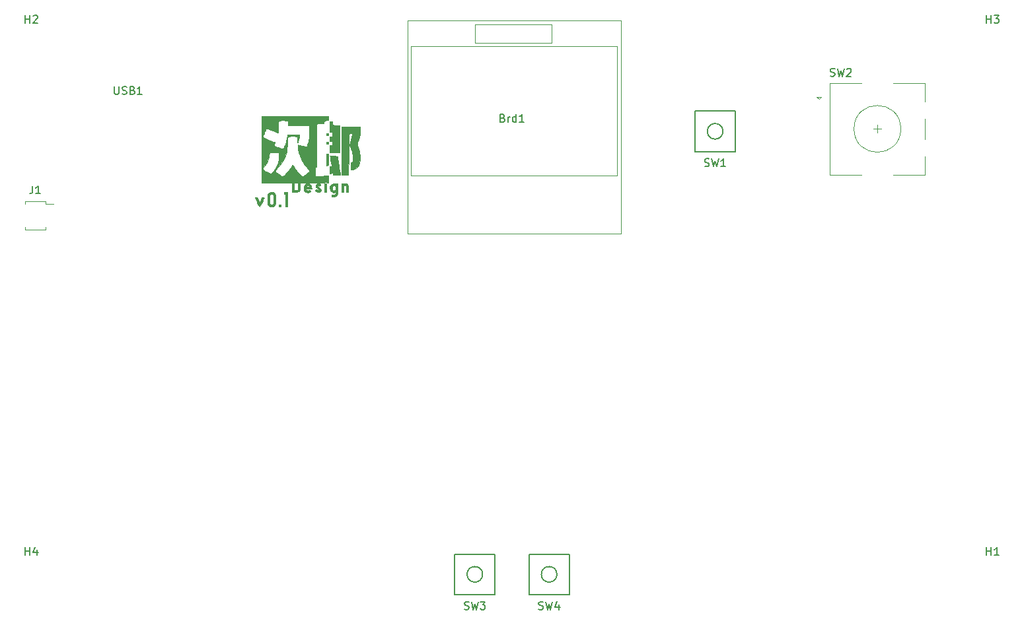
<source format=gbr>
%TF.GenerationSoftware,KiCad,Pcbnew,(5.1.9)-1*%
%TF.CreationDate,2021-03-29T02:27:37-07:00*%
%TF.ProjectId,millipad,6d696c6c-6970-4616-942e-6b696361645f,rev?*%
%TF.SameCoordinates,Original*%
%TF.FileFunction,Legend,Top*%
%TF.FilePolarity,Positive*%
%FSLAX46Y46*%
G04 Gerber Fmt 4.6, Leading zero omitted, Abs format (unit mm)*
G04 Created by KiCad (PCBNEW (5.1.9)-1) date 2021-03-29 02:27:37*
%MOMM*%
%LPD*%
G01*
G04 APERTURE LIST*
%ADD10C,0.010000*%
%ADD11C,0.150000*%
%ADD12C,0.120000*%
G04 APERTURE END LIST*
D10*
%TO.C,G\u002A\u002A\u002A*%
G36*
X108825886Y-55824656D02*
G01*
X108936548Y-55843293D01*
X109000517Y-55877347D01*
X109034594Y-55941244D01*
X109050681Y-56017677D01*
X109069558Y-56134000D01*
X108680250Y-56134000D01*
X108680250Y-55808241D01*
X108825886Y-55824656D01*
G37*
X108825886Y-55824656D02*
X108936548Y-55843293D01*
X109000517Y-55877347D01*
X109034594Y-55941244D01*
X109050681Y-56017677D01*
X109069558Y-56134000D01*
X108680250Y-56134000D01*
X108680250Y-55808241D01*
X108825886Y-55824656D01*
G36*
X112998250Y-50038000D02*
G01*
X112712500Y-50038000D01*
X112712500Y-49784000D01*
X112998250Y-49784000D01*
X112998250Y-50038000D01*
G37*
X112998250Y-50038000D02*
X112712500Y-50038000D01*
X112712500Y-49784000D01*
X112998250Y-49784000D01*
X112998250Y-50038000D01*
G36*
X112998250Y-51181000D02*
G01*
X112712500Y-51181000D01*
X112712500Y-50927000D01*
X112998250Y-50927000D01*
X112998250Y-51181000D01*
G37*
X112998250Y-51181000D02*
X112712500Y-51181000D01*
X112712500Y-50927000D01*
X112998250Y-50927000D01*
X112998250Y-51181000D01*
G36*
X113480986Y-48506062D02*
G01*
X113490375Y-48720375D01*
X113958687Y-48729161D01*
X114427000Y-48737947D01*
X114427000Y-52228750D01*
X113157000Y-52228750D01*
X113157000Y-51339750D01*
X113538000Y-51339750D01*
X113538000Y-50768250D01*
X113157000Y-50768250D01*
X113157000Y-50231668D01*
X113339562Y-50222146D01*
X113522125Y-50212625D01*
X113531253Y-49918937D01*
X113540382Y-49625249D01*
X113348691Y-49625249D01*
X113157000Y-49625250D01*
X113157000Y-48291750D01*
X113314299Y-48291749D01*
X113471598Y-48291749D01*
X113480986Y-48506062D01*
G37*
X113480986Y-48506062D02*
X113490375Y-48720375D01*
X113958687Y-48729161D01*
X114427000Y-48737947D01*
X114427000Y-52228750D01*
X113157000Y-52228750D01*
X113157000Y-51339750D01*
X113538000Y-51339750D01*
X113538000Y-50768250D01*
X113157000Y-50768250D01*
X113157000Y-50231668D01*
X113339562Y-50222146D01*
X113522125Y-50212625D01*
X113531253Y-49918937D01*
X113540382Y-49625249D01*
X113348691Y-49625249D01*
X113157000Y-49625250D01*
X113157000Y-48291750D01*
X113314299Y-48291749D01*
X113471598Y-48291749D01*
X113480986Y-48506062D01*
G36*
X112998250Y-53149500D02*
G01*
X112997645Y-53389253D01*
X112995558Y-53572377D01*
X112991579Y-53705730D01*
X112985297Y-53796172D01*
X112976303Y-53850566D01*
X112964186Y-53875769D01*
X112954593Y-53879750D01*
X112893610Y-53885719D01*
X112811718Y-53899593D01*
X112712500Y-53919437D01*
X112712500Y-52419250D01*
X112998250Y-52419250D01*
X112998250Y-53149500D01*
G37*
X112998250Y-53149500D02*
X112997645Y-53389253D01*
X112995558Y-53572377D01*
X112991579Y-53705730D01*
X112985297Y-53796172D01*
X112976303Y-53850566D01*
X112964186Y-53875769D01*
X112954593Y-53879750D01*
X112893610Y-53885719D01*
X112811718Y-53899593D01*
X112712500Y-53919437D01*
X112712500Y-52419250D01*
X112998250Y-52419250D01*
X112998250Y-53149500D01*
G36*
X117030500Y-49877970D02*
G01*
X116855875Y-50514250D01*
X116803233Y-50709056D01*
X116756951Y-50886053D01*
X116719578Y-51035024D01*
X116693660Y-51145754D01*
X116681743Y-51208028D01*
X116681250Y-51214654D01*
X116695180Y-51283639D01*
X116729721Y-51374302D01*
X116740375Y-51396577D01*
X116819296Y-51583636D01*
X116892851Y-51814224D01*
X116955100Y-52068372D01*
X116982047Y-52209096D01*
X117006381Y-52397662D01*
X117022004Y-52618110D01*
X117028910Y-52853393D01*
X117027090Y-53086464D01*
X117016538Y-53300275D01*
X116997245Y-53477778D01*
X116982632Y-53554920D01*
X116892286Y-53828004D01*
X116762004Y-54052846D01*
X116592967Y-54228325D01*
X116386360Y-54353321D01*
X116143364Y-54426711D01*
X116049206Y-54440075D01*
X115855750Y-54460295D01*
X115855750Y-54010592D01*
X115856070Y-53833560D01*
X115858158Y-53709511D01*
X115863699Y-53627926D01*
X115874383Y-53578288D01*
X115891896Y-53550078D01*
X115917925Y-53532779D01*
X115933594Y-53525420D01*
X116022001Y-53450847D01*
X116085669Y-53321247D01*
X116123904Y-53140367D01*
X116136011Y-52911951D01*
X116121296Y-52639744D01*
X116112657Y-52559415D01*
X116077546Y-52313125D01*
X116031980Y-52105533D01*
X115968708Y-51911918D01*
X115880477Y-51707559D01*
X115835909Y-51615938D01*
X115696676Y-51336501D01*
X115887338Y-50625977D01*
X115941765Y-50421010D01*
X115990138Y-50234746D01*
X116030117Y-50076536D01*
X116059361Y-49955732D01*
X116075529Y-49881686D01*
X116078000Y-49864265D01*
X116069129Y-49838451D01*
X116034322Y-49824220D01*
X115961282Y-49819480D01*
X115837714Y-49822136D01*
X115831937Y-49822351D01*
X115585875Y-49831625D01*
X115577755Y-52474812D01*
X115569635Y-55118000D01*
X114681000Y-55118000D01*
X114681000Y-48926750D01*
X117030500Y-48926750D01*
X117030500Y-49877970D01*
G37*
X117030500Y-49877970D02*
X116855875Y-50514250D01*
X116803233Y-50709056D01*
X116756951Y-50886053D01*
X116719578Y-51035024D01*
X116693660Y-51145754D01*
X116681743Y-51208028D01*
X116681250Y-51214654D01*
X116695180Y-51283639D01*
X116729721Y-51374302D01*
X116740375Y-51396577D01*
X116819296Y-51583636D01*
X116892851Y-51814224D01*
X116955100Y-52068372D01*
X116982047Y-52209096D01*
X117006381Y-52397662D01*
X117022004Y-52618110D01*
X117028910Y-52853393D01*
X117027090Y-53086464D01*
X117016538Y-53300275D01*
X116997245Y-53477778D01*
X116982632Y-53554920D01*
X116892286Y-53828004D01*
X116762004Y-54052846D01*
X116592967Y-54228325D01*
X116386360Y-54353321D01*
X116143364Y-54426711D01*
X116049206Y-54440075D01*
X115855750Y-54460295D01*
X115855750Y-54010592D01*
X115856070Y-53833560D01*
X115858158Y-53709511D01*
X115863699Y-53627926D01*
X115874383Y-53578288D01*
X115891896Y-53550078D01*
X115917925Y-53532779D01*
X115933594Y-53525420D01*
X116022001Y-53450847D01*
X116085669Y-53321247D01*
X116123904Y-53140367D01*
X116136011Y-52911951D01*
X116121296Y-52639744D01*
X116112657Y-52559415D01*
X116077546Y-52313125D01*
X116031980Y-52105533D01*
X115968708Y-51911918D01*
X115880477Y-51707559D01*
X115835909Y-51615938D01*
X115696676Y-51336501D01*
X115887338Y-50625977D01*
X115941765Y-50421010D01*
X115990138Y-50234746D01*
X116030117Y-50076536D01*
X116059361Y-49955732D01*
X116075529Y-49881686D01*
X116078000Y-49864265D01*
X116069129Y-49838451D01*
X116034322Y-49824220D01*
X115961282Y-49819480D01*
X115837714Y-49822136D01*
X115831937Y-49822351D01*
X115585875Y-49831625D01*
X115577755Y-52474812D01*
X115569635Y-55118000D01*
X114681000Y-55118000D01*
X114681000Y-48926750D01*
X117030500Y-48926750D01*
X117030500Y-49877970D01*
G36*
X113831383Y-52706237D02*
G01*
X113971879Y-52709646D01*
X114076296Y-52714772D01*
X114133652Y-52721162D01*
X114141250Y-52724662D01*
X114146090Y-52761110D01*
X114159697Y-52851630D01*
X114180696Y-52987610D01*
X114207715Y-53160438D01*
X114239381Y-53361500D01*
X114274321Y-53582186D01*
X114311162Y-53813881D01*
X114348530Y-54047973D01*
X114385053Y-54275851D01*
X114419357Y-54488900D01*
X114450070Y-54678509D01*
X114475818Y-54836065D01*
X114495229Y-54952955D01*
X114506929Y-55020568D01*
X114508883Y-55030687D01*
X114527295Y-55118000D01*
X113577865Y-55118000D01*
X113557965Y-54993550D01*
X113542225Y-54914460D01*
X113517634Y-54883899D01*
X113466265Y-54887549D01*
X113434845Y-54895218D01*
X113331925Y-54920458D01*
X113244312Y-54940898D01*
X113157000Y-54960459D01*
X113157000Y-54498483D01*
X113158589Y-54303547D01*
X113163729Y-54165379D01*
X113172976Y-54077317D01*
X113186890Y-54032700D01*
X113196687Y-54024280D01*
X113257061Y-54008395D01*
X113318013Y-53994346D01*
X113399651Y-53976638D01*
X113311724Y-53428131D01*
X113281831Y-53242607D01*
X113254292Y-53073461D01*
X113231129Y-52932974D01*
X113214362Y-52833427D01*
X113207067Y-52792312D01*
X113190337Y-52705000D01*
X113665793Y-52705000D01*
X113831383Y-52706237D01*
G37*
X113831383Y-52706237D02*
X113971879Y-52709646D01*
X114076296Y-52714772D01*
X114133652Y-52721162D01*
X114141250Y-52724662D01*
X114146090Y-52761110D01*
X114159697Y-52851630D01*
X114180696Y-52987610D01*
X114207715Y-53160438D01*
X114239381Y-53361500D01*
X114274321Y-53582186D01*
X114311162Y-53813881D01*
X114348530Y-54047973D01*
X114385053Y-54275851D01*
X114419357Y-54488900D01*
X114450070Y-54678509D01*
X114475818Y-54836065D01*
X114495229Y-54952955D01*
X114506929Y-55020568D01*
X114508883Y-55030687D01*
X114527295Y-55118000D01*
X113577865Y-55118000D01*
X113557965Y-54993550D01*
X113542225Y-54914460D01*
X113517634Y-54883899D01*
X113466265Y-54887549D01*
X113434845Y-54895218D01*
X113331925Y-54920458D01*
X113244312Y-54940898D01*
X113157000Y-54960459D01*
X113157000Y-54498483D01*
X113158589Y-54303547D01*
X113163729Y-54165379D01*
X113172976Y-54077317D01*
X113186890Y-54032700D01*
X113196687Y-54024280D01*
X113257061Y-54008395D01*
X113318013Y-53994346D01*
X113399651Y-53976638D01*
X113311724Y-53428131D01*
X113281831Y-53242607D01*
X113254292Y-53073461D01*
X113231129Y-52932974D01*
X113214362Y-52833427D01*
X113207067Y-52792312D01*
X113190337Y-52705000D01*
X113665793Y-52705000D01*
X113831383Y-52706237D01*
G36*
X112744250Y-56070500D02*
G01*
X112490250Y-56070500D01*
X112490250Y-55753000D01*
X112744250Y-55753000D01*
X112744250Y-56070500D01*
G37*
X112744250Y-56070500D02*
X112490250Y-56070500D01*
X112490250Y-55753000D01*
X112744250Y-55753000D01*
X112744250Y-56070500D01*
G36*
X112998250Y-48133000D02*
G01*
X112750600Y-48133000D01*
X112611173Y-48138030D01*
X112511127Y-48152011D01*
X112464850Y-48171099D01*
X112443181Y-48222835D01*
X112429380Y-48313566D01*
X112426750Y-48377474D01*
X112426750Y-48545750D01*
X111988600Y-48545750D01*
X111779687Y-48548403D01*
X111631660Y-48556493D01*
X111542121Y-48570210D01*
X111512350Y-48583849D01*
X111505267Y-48605919D01*
X111499036Y-48659124D01*
X111493615Y-48746521D01*
X111488961Y-48871169D01*
X111485032Y-49036127D01*
X111481785Y-49244453D01*
X111479179Y-49499205D01*
X111477172Y-49803441D01*
X111475721Y-50160221D01*
X111474784Y-50572602D01*
X111474320Y-51043643D01*
X111474250Y-51346100D01*
X111474203Y-51824955D01*
X111474008Y-52244255D01*
X111473582Y-52607943D01*
X111472842Y-52919963D01*
X111471706Y-53184259D01*
X111470091Y-53404775D01*
X111467913Y-53585455D01*
X111465091Y-53730243D01*
X111461541Y-53843083D01*
X111457181Y-53927919D01*
X111451928Y-53988696D01*
X111445699Y-54029356D01*
X111438412Y-54053845D01*
X111429984Y-54066105D01*
X111420331Y-54070082D01*
X111417099Y-54070250D01*
X111371150Y-54075224D01*
X111337074Y-54095568D01*
X111313129Y-54139414D01*
X111297568Y-54214893D01*
X111288649Y-54330136D01*
X111284626Y-54493275D01*
X111283750Y-54691837D01*
X111284643Y-54897074D01*
X111287814Y-55047703D01*
X111293996Y-55152599D01*
X111303923Y-55220635D01*
X111318330Y-55260685D01*
X111332203Y-55277437D01*
X111385129Y-55292750D01*
X111491256Y-55300681D01*
X111640761Y-55301616D01*
X111823819Y-55295939D01*
X112030608Y-55284037D01*
X112251304Y-55266292D01*
X112476086Y-55243092D01*
X112601375Y-55227692D01*
X112744178Y-55209258D01*
X112863310Y-55194337D01*
X112944945Y-55184632D01*
X112974437Y-55181756D01*
X112982723Y-55211582D01*
X112989756Y-55293938D01*
X112994985Y-55417857D01*
X112997864Y-55572373D01*
X112998250Y-55657750D01*
X112998250Y-56134000D01*
X112895062Y-56134056D01*
X112791875Y-56134113D01*
X112791875Y-55705375D01*
X112442625Y-55705375D01*
X112442625Y-56134113D01*
X110946136Y-56134056D01*
X109449647Y-56134000D01*
X109436520Y-55927850D01*
X109425182Y-55808428D01*
X109403676Y-55728115D01*
X109362669Y-55662522D01*
X109314660Y-55609517D01*
X109230609Y-55535465D01*
X109138122Y-55484874D01*
X109024053Y-55454431D01*
X108875257Y-55440820D01*
X108678589Y-55440728D01*
X108648500Y-55441545D01*
X108315125Y-55451375D01*
X108306113Y-55792687D01*
X108297101Y-56134000D01*
X104457500Y-56134000D01*
X104457500Y-54297081D01*
X104622455Y-54297081D01*
X104622646Y-54354367D01*
X104628869Y-54399212D01*
X104644615Y-54437605D01*
X104678218Y-54476640D01*
X104738013Y-54523414D01*
X104832335Y-54585025D01*
X104969517Y-54668567D01*
X105044071Y-54713187D01*
X105235965Y-54825027D01*
X105384678Y-54902669D01*
X105499637Y-54947477D01*
X105590269Y-54960816D01*
X105665999Y-54944051D01*
X105736256Y-54898545D01*
X105810465Y-54825664D01*
X105811710Y-54824312D01*
X106035036Y-54551787D01*
X106235890Y-54249024D01*
X106403073Y-53934957D01*
X106525387Y-53628520D01*
X106532859Y-53605027D01*
X106573988Y-53448907D01*
X106609692Y-53267618D01*
X106639034Y-53072662D01*
X106661076Y-52875542D01*
X106674882Y-52687760D01*
X106679514Y-52520819D01*
X106674034Y-52386221D01*
X106657506Y-52295468D01*
X106641900Y-52266850D01*
X106600518Y-52251090D01*
X106509743Y-52239719D01*
X106365497Y-52232473D01*
X106163705Y-52229086D01*
X106056325Y-52228750D01*
X105857624Y-52229082D01*
X105712768Y-52230840D01*
X105612104Y-52235164D01*
X105545977Y-52243197D01*
X105504733Y-52256078D01*
X105478718Y-52274951D01*
X105459425Y-52299314D01*
X105427164Y-52380749D01*
X105410893Y-52497289D01*
X105410000Y-52532360D01*
X105383523Y-52791943D01*
X105306602Y-53076039D01*
X105183001Y-53376092D01*
X105016483Y-53683543D01*
X104810810Y-53989833D01*
X104713519Y-54116242D01*
X104647778Y-54212853D01*
X104622455Y-54297081D01*
X104457500Y-54297081D01*
X104457500Y-50196430D01*
X104616250Y-50196430D01*
X104636208Y-50280110D01*
X104671812Y-50332256D01*
X104717138Y-50359848D01*
X104811109Y-50407552D01*
X104943902Y-50470714D01*
X105105689Y-50544679D01*
X105286647Y-50624792D01*
X105318872Y-50638802D01*
X105554833Y-50738972D01*
X105740069Y-50812575D01*
X105880512Y-50861714D01*
X105982095Y-50888494D01*
X106041830Y-50895250D01*
X106173290Y-50895250D01*
X106109145Y-51020985D01*
X106059706Y-51154625D01*
X106047581Y-51278240D01*
X106073127Y-51375596D01*
X106100562Y-51409723D01*
X106162650Y-51446589D01*
X106270822Y-51494681D01*
X106410707Y-51549140D01*
X106567934Y-51605109D01*
X106728134Y-51657729D01*
X106876933Y-51702140D01*
X106999963Y-51733485D01*
X107082853Y-51746905D01*
X107097411Y-51746742D01*
X107164067Y-51729816D01*
X107224219Y-51687566D01*
X107283772Y-51611898D01*
X107348631Y-51494716D01*
X107424699Y-51327925D01*
X107455025Y-51256422D01*
X107595249Y-50861749D01*
X107697638Y-50434401D01*
X107731125Y-50236437D01*
X107770486Y-49974500D01*
X109284250Y-49974500D01*
X109264010Y-50109437D01*
X109248808Y-50190895D01*
X109223237Y-50307868D01*
X109190741Y-50446603D01*
X109154767Y-50593349D01*
X109118762Y-50734353D01*
X109086170Y-50855864D01*
X109060438Y-50944129D01*
X109045012Y-50985396D01*
X109044282Y-50986301D01*
X109038353Y-50962889D01*
X109033558Y-50888110D01*
X109030436Y-50774091D01*
X109029500Y-50653606D01*
X109029495Y-50489140D01*
X109024094Y-50366386D01*
X109005214Y-50279258D01*
X108964775Y-50221668D01*
X108894693Y-50187531D01*
X108786888Y-50170760D01*
X108633278Y-50165269D01*
X108425782Y-50164971D01*
X108380712Y-50165000D01*
X108161220Y-50166446D01*
X107999153Y-50171060D01*
X107888496Y-50179251D01*
X107823233Y-50191430D01*
X107799366Y-50204687D01*
X107788382Y-50247833D01*
X107776907Y-50343675D01*
X107765815Y-50481425D01*
X107755982Y-50650294D01*
X107748535Y-50831750D01*
X107725322Y-51286340D01*
X107686369Y-51688723D01*
X107629693Y-52048684D01*
X107553311Y-52376008D01*
X107455240Y-52680481D01*
X107333496Y-52971887D01*
X107300998Y-53040018D01*
X107136315Y-53345122D01*
X106945648Y-53634028D01*
X106718122Y-53921903D01*
X106479633Y-54185520D01*
X106362559Y-54310645D01*
X106283649Y-54401833D01*
X106235705Y-54469581D01*
X106211527Y-54524387D01*
X106203917Y-54576748D01*
X106203750Y-54587823D01*
X106206416Y-54632205D01*
X106219339Y-54672145D01*
X106249905Y-54715320D01*
X106305501Y-54769402D01*
X106393513Y-54842066D01*
X106521328Y-54940987D01*
X106604677Y-55004365D01*
X106779659Y-55136182D01*
X106914654Y-55230250D01*
X107020719Y-55286591D01*
X107108911Y-55305230D01*
X107190286Y-55286190D01*
X107275901Y-55229495D01*
X107376812Y-55135168D01*
X107501168Y-55006276D01*
X107680869Y-54813803D01*
X107827901Y-54644165D01*
X107957232Y-54478207D01*
X108083831Y-54296776D01*
X108215438Y-54092262D01*
X108295292Y-53963353D01*
X108349778Y-53884821D01*
X108390731Y-53857113D01*
X108429983Y-53880679D01*
X108479367Y-53955967D01*
X108550717Y-54083424D01*
X108563119Y-54105432D01*
X108669606Y-54274607D01*
X108811665Y-54472175D01*
X108978038Y-54683643D01*
X109157470Y-54894515D01*
X109281684Y-55030687D01*
X109401052Y-55155458D01*
X109497099Y-55243627D01*
X109580521Y-55294875D01*
X109662015Y-55308887D01*
X109752277Y-55285346D01*
X109862005Y-55223934D01*
X110001896Y-55124336D01*
X110158608Y-55004724D01*
X110308140Y-54888905D01*
X110414305Y-54803468D01*
X110484494Y-54740634D01*
X110526092Y-54692623D01*
X110546490Y-54651655D01*
X110553075Y-54609952D01*
X110553500Y-54588914D01*
X110547881Y-54533889D01*
X110526117Y-54478127D01*
X110480846Y-54410552D01*
X110404706Y-54320091D01*
X110296384Y-54202126D01*
X109969437Y-53824848D01*
X109699731Y-53449391D01*
X109482655Y-53065524D01*
X109313598Y-52663019D01*
X109187951Y-52231645D01*
X109101102Y-51761172D01*
X109067577Y-51475589D01*
X109056383Y-51348889D01*
X109053772Y-51275202D01*
X109060840Y-51244483D01*
X109078685Y-51246687D01*
X109091496Y-51256572D01*
X109139384Y-51277321D01*
X109236131Y-51305392D01*
X109367924Y-51337894D01*
X109520947Y-51371936D01*
X109681387Y-51404629D01*
X109835429Y-51433081D01*
X109969260Y-51454404D01*
X110069064Y-51465705D01*
X110096141Y-51466773D01*
X110182827Y-51449411D01*
X110244129Y-51411187D01*
X110278350Y-51348953D01*
X110319840Y-51236252D01*
X110365301Y-51085231D01*
X110411436Y-50908038D01*
X110454947Y-50716822D01*
X110492537Y-50523728D01*
X110504846Y-50450750D01*
X110520794Y-50321048D01*
X110533801Y-50155700D01*
X110543800Y-49965071D01*
X110550728Y-49759521D01*
X110554517Y-49549413D01*
X110555104Y-49345110D01*
X110552422Y-49156974D01*
X110546407Y-48995367D01*
X110536994Y-48870653D01*
X110524116Y-48793192D01*
X110515399Y-48774349D01*
X110488050Y-48764318D01*
X110425136Y-48756022D01*
X110322547Y-48749347D01*
X110176174Y-48744178D01*
X109981905Y-48740401D01*
X109735631Y-48737900D01*
X109433241Y-48736561D01*
X109150149Y-48736250D01*
X107823000Y-48736250D01*
X107823000Y-48472724D01*
X107818207Y-48325544D01*
X107804706Y-48221189D01*
X107784899Y-48171099D01*
X107738866Y-48156295D01*
X107642451Y-48144880D01*
X107508683Y-48136855D01*
X107350589Y-48132220D01*
X107181197Y-48130975D01*
X107013535Y-48133120D01*
X106860630Y-48138656D01*
X106735512Y-48147581D01*
X106651207Y-48159896D01*
X106622850Y-48171099D01*
X106603805Y-48223602D01*
X106591325Y-48337023D01*
X106585328Y-48512291D01*
X106584723Y-48607662D01*
X106582518Y-48759616D01*
X106576482Y-48931373D01*
X106567451Y-49111077D01*
X106556265Y-49286871D01*
X106543762Y-49446900D01*
X106530780Y-49579307D01*
X106518158Y-49672236D01*
X106506734Y-49713832D01*
X106506488Y-49714094D01*
X106475124Y-49705610D01*
X106394249Y-49674997D01*
X106272452Y-49625753D01*
X106118321Y-49561378D01*
X105940445Y-49485372D01*
X105866967Y-49453539D01*
X105621992Y-49349142D01*
X105427552Y-49271671D01*
X105277483Y-49219459D01*
X105165620Y-49190840D01*
X105085799Y-49184148D01*
X105031855Y-49197718D01*
X105004469Y-49220437D01*
X104972687Y-49274875D01*
X104925664Y-49374259D01*
X104868729Y-49505184D01*
X104807216Y-49654249D01*
X104746454Y-49808049D01*
X104691776Y-49953183D01*
X104648513Y-50076245D01*
X104621996Y-50163834D01*
X104616250Y-50196430D01*
X104457500Y-50196430D01*
X104457500Y-47593250D01*
X112998250Y-47593250D01*
X112998250Y-48133000D01*
G37*
X112998250Y-48133000D02*
X112750600Y-48133000D01*
X112611173Y-48138030D01*
X112511127Y-48152011D01*
X112464850Y-48171099D01*
X112443181Y-48222835D01*
X112429380Y-48313566D01*
X112426750Y-48377474D01*
X112426750Y-48545750D01*
X111988600Y-48545750D01*
X111779687Y-48548403D01*
X111631660Y-48556493D01*
X111542121Y-48570210D01*
X111512350Y-48583849D01*
X111505267Y-48605919D01*
X111499036Y-48659124D01*
X111493615Y-48746521D01*
X111488961Y-48871169D01*
X111485032Y-49036127D01*
X111481785Y-49244453D01*
X111479179Y-49499205D01*
X111477172Y-49803441D01*
X111475721Y-50160221D01*
X111474784Y-50572602D01*
X111474320Y-51043643D01*
X111474250Y-51346100D01*
X111474203Y-51824955D01*
X111474008Y-52244255D01*
X111473582Y-52607943D01*
X111472842Y-52919963D01*
X111471706Y-53184259D01*
X111470091Y-53404775D01*
X111467913Y-53585455D01*
X111465091Y-53730243D01*
X111461541Y-53843083D01*
X111457181Y-53927919D01*
X111451928Y-53988696D01*
X111445699Y-54029356D01*
X111438412Y-54053845D01*
X111429984Y-54066105D01*
X111420331Y-54070082D01*
X111417099Y-54070250D01*
X111371150Y-54075224D01*
X111337074Y-54095568D01*
X111313129Y-54139414D01*
X111297568Y-54214893D01*
X111288649Y-54330136D01*
X111284626Y-54493275D01*
X111283750Y-54691837D01*
X111284643Y-54897074D01*
X111287814Y-55047703D01*
X111293996Y-55152599D01*
X111303923Y-55220635D01*
X111318330Y-55260685D01*
X111332203Y-55277437D01*
X111385129Y-55292750D01*
X111491256Y-55300681D01*
X111640761Y-55301616D01*
X111823819Y-55295939D01*
X112030608Y-55284037D01*
X112251304Y-55266292D01*
X112476086Y-55243092D01*
X112601375Y-55227692D01*
X112744178Y-55209258D01*
X112863310Y-55194337D01*
X112944945Y-55184632D01*
X112974437Y-55181756D01*
X112982723Y-55211582D01*
X112989756Y-55293938D01*
X112994985Y-55417857D01*
X112997864Y-55572373D01*
X112998250Y-55657750D01*
X112998250Y-56134000D01*
X112895062Y-56134056D01*
X112791875Y-56134113D01*
X112791875Y-55705375D01*
X112442625Y-55705375D01*
X112442625Y-56134113D01*
X110946136Y-56134056D01*
X109449647Y-56134000D01*
X109436520Y-55927850D01*
X109425182Y-55808428D01*
X109403676Y-55728115D01*
X109362669Y-55662522D01*
X109314660Y-55609517D01*
X109230609Y-55535465D01*
X109138122Y-55484874D01*
X109024053Y-55454431D01*
X108875257Y-55440820D01*
X108678589Y-55440728D01*
X108648500Y-55441545D01*
X108315125Y-55451375D01*
X108306113Y-55792687D01*
X108297101Y-56134000D01*
X104457500Y-56134000D01*
X104457500Y-54297081D01*
X104622455Y-54297081D01*
X104622646Y-54354367D01*
X104628869Y-54399212D01*
X104644615Y-54437605D01*
X104678218Y-54476640D01*
X104738013Y-54523414D01*
X104832335Y-54585025D01*
X104969517Y-54668567D01*
X105044071Y-54713187D01*
X105235965Y-54825027D01*
X105384678Y-54902669D01*
X105499637Y-54947477D01*
X105590269Y-54960816D01*
X105665999Y-54944051D01*
X105736256Y-54898545D01*
X105810465Y-54825664D01*
X105811710Y-54824312D01*
X106035036Y-54551787D01*
X106235890Y-54249024D01*
X106403073Y-53934957D01*
X106525387Y-53628520D01*
X106532859Y-53605027D01*
X106573988Y-53448907D01*
X106609692Y-53267618D01*
X106639034Y-53072662D01*
X106661076Y-52875542D01*
X106674882Y-52687760D01*
X106679514Y-52520819D01*
X106674034Y-52386221D01*
X106657506Y-52295468D01*
X106641900Y-52266850D01*
X106600518Y-52251090D01*
X106509743Y-52239719D01*
X106365497Y-52232473D01*
X106163705Y-52229086D01*
X106056325Y-52228750D01*
X105857624Y-52229082D01*
X105712768Y-52230840D01*
X105612104Y-52235164D01*
X105545977Y-52243197D01*
X105504733Y-52256078D01*
X105478718Y-52274951D01*
X105459425Y-52299314D01*
X105427164Y-52380749D01*
X105410893Y-52497289D01*
X105410000Y-52532360D01*
X105383523Y-52791943D01*
X105306602Y-53076039D01*
X105183001Y-53376092D01*
X105016483Y-53683543D01*
X104810810Y-53989833D01*
X104713519Y-54116242D01*
X104647778Y-54212853D01*
X104622455Y-54297081D01*
X104457500Y-54297081D01*
X104457500Y-50196430D01*
X104616250Y-50196430D01*
X104636208Y-50280110D01*
X104671812Y-50332256D01*
X104717138Y-50359848D01*
X104811109Y-50407552D01*
X104943902Y-50470714D01*
X105105689Y-50544679D01*
X105286647Y-50624792D01*
X105318872Y-50638802D01*
X105554833Y-50738972D01*
X105740069Y-50812575D01*
X105880512Y-50861714D01*
X105982095Y-50888494D01*
X106041830Y-50895250D01*
X106173290Y-50895250D01*
X106109145Y-51020985D01*
X106059706Y-51154625D01*
X106047581Y-51278240D01*
X106073127Y-51375596D01*
X106100562Y-51409723D01*
X106162650Y-51446589D01*
X106270822Y-51494681D01*
X106410707Y-51549140D01*
X106567934Y-51605109D01*
X106728134Y-51657729D01*
X106876933Y-51702140D01*
X106999963Y-51733485D01*
X107082853Y-51746905D01*
X107097411Y-51746742D01*
X107164067Y-51729816D01*
X107224219Y-51687566D01*
X107283772Y-51611898D01*
X107348631Y-51494716D01*
X107424699Y-51327925D01*
X107455025Y-51256422D01*
X107595249Y-50861749D01*
X107697638Y-50434401D01*
X107731125Y-50236437D01*
X107770486Y-49974500D01*
X109284250Y-49974500D01*
X109264010Y-50109437D01*
X109248808Y-50190895D01*
X109223237Y-50307868D01*
X109190741Y-50446603D01*
X109154767Y-50593349D01*
X109118762Y-50734353D01*
X109086170Y-50855864D01*
X109060438Y-50944129D01*
X109045012Y-50985396D01*
X109044282Y-50986301D01*
X109038353Y-50962889D01*
X109033558Y-50888110D01*
X109030436Y-50774091D01*
X109029500Y-50653606D01*
X109029495Y-50489140D01*
X109024094Y-50366386D01*
X109005214Y-50279258D01*
X108964775Y-50221668D01*
X108894693Y-50187531D01*
X108786888Y-50170760D01*
X108633278Y-50165269D01*
X108425782Y-50164971D01*
X108380712Y-50165000D01*
X108161220Y-50166446D01*
X107999153Y-50171060D01*
X107888496Y-50179251D01*
X107823233Y-50191430D01*
X107799366Y-50204687D01*
X107788382Y-50247833D01*
X107776907Y-50343675D01*
X107765815Y-50481425D01*
X107755982Y-50650294D01*
X107748535Y-50831750D01*
X107725322Y-51286340D01*
X107686369Y-51688723D01*
X107629693Y-52048684D01*
X107553311Y-52376008D01*
X107455240Y-52680481D01*
X107333496Y-52971887D01*
X107300998Y-53040018D01*
X107136315Y-53345122D01*
X106945648Y-53634028D01*
X106718122Y-53921903D01*
X106479633Y-54185520D01*
X106362559Y-54310645D01*
X106283649Y-54401833D01*
X106235705Y-54469581D01*
X106211527Y-54524387D01*
X106203917Y-54576748D01*
X106203750Y-54587823D01*
X106206416Y-54632205D01*
X106219339Y-54672145D01*
X106249905Y-54715320D01*
X106305501Y-54769402D01*
X106393513Y-54842066D01*
X106521328Y-54940987D01*
X106604677Y-55004365D01*
X106779659Y-55136182D01*
X106914654Y-55230250D01*
X107020719Y-55286591D01*
X107108911Y-55305230D01*
X107190286Y-55286190D01*
X107275901Y-55229495D01*
X107376812Y-55135168D01*
X107501168Y-55006276D01*
X107680869Y-54813803D01*
X107827901Y-54644165D01*
X107957232Y-54478207D01*
X108083831Y-54296776D01*
X108215438Y-54092262D01*
X108295292Y-53963353D01*
X108349778Y-53884821D01*
X108390731Y-53857113D01*
X108429983Y-53880679D01*
X108479367Y-53955967D01*
X108550717Y-54083424D01*
X108563119Y-54105432D01*
X108669606Y-54274607D01*
X108811665Y-54472175D01*
X108978038Y-54683643D01*
X109157470Y-54894515D01*
X109281684Y-55030687D01*
X109401052Y-55155458D01*
X109497099Y-55243627D01*
X109580521Y-55294875D01*
X109662015Y-55308887D01*
X109752277Y-55285346D01*
X109862005Y-55223934D01*
X110001896Y-55124336D01*
X110158608Y-55004724D01*
X110308140Y-54888905D01*
X110414305Y-54803468D01*
X110484494Y-54740634D01*
X110526092Y-54692623D01*
X110546490Y-54651655D01*
X110553075Y-54609952D01*
X110553500Y-54588914D01*
X110547881Y-54533889D01*
X110526117Y-54478127D01*
X110480846Y-54410552D01*
X110404706Y-54320091D01*
X110296384Y-54202126D01*
X109969437Y-53824848D01*
X109699731Y-53449391D01*
X109482655Y-53065524D01*
X109313598Y-52663019D01*
X109187951Y-52231645D01*
X109101102Y-51761172D01*
X109067577Y-51475589D01*
X109056383Y-51348889D01*
X109053772Y-51275202D01*
X109060840Y-51244483D01*
X109078685Y-51246687D01*
X109091496Y-51256572D01*
X109139384Y-51277321D01*
X109236131Y-51305392D01*
X109367924Y-51337894D01*
X109520947Y-51371936D01*
X109681387Y-51404629D01*
X109835429Y-51433081D01*
X109969260Y-51454404D01*
X110069064Y-51465705D01*
X110096141Y-51466773D01*
X110182827Y-51449411D01*
X110244129Y-51411187D01*
X110278350Y-51348953D01*
X110319840Y-51236252D01*
X110365301Y-51085231D01*
X110411436Y-50908038D01*
X110454947Y-50716822D01*
X110492537Y-50523728D01*
X110504846Y-50450750D01*
X110520794Y-50321048D01*
X110533801Y-50155700D01*
X110543800Y-49965071D01*
X110550728Y-49759521D01*
X110554517Y-49549413D01*
X110555104Y-49345110D01*
X110552422Y-49156974D01*
X110546407Y-48995367D01*
X110536994Y-48870653D01*
X110524116Y-48793192D01*
X110515399Y-48774349D01*
X110488050Y-48764318D01*
X110425136Y-48756022D01*
X110322547Y-48749347D01*
X110176174Y-48744178D01*
X109981905Y-48740401D01*
X109735631Y-48737900D01*
X109433241Y-48736561D01*
X109150149Y-48736250D01*
X107823000Y-48736250D01*
X107823000Y-48472724D01*
X107818207Y-48325544D01*
X107804706Y-48221189D01*
X107784899Y-48171099D01*
X107738866Y-48156295D01*
X107642451Y-48144880D01*
X107508683Y-48136855D01*
X107350589Y-48132220D01*
X107181197Y-48130975D01*
X107013535Y-48133120D01*
X106860630Y-48138656D01*
X106735512Y-48147581D01*
X106651207Y-48159896D01*
X106622850Y-48171099D01*
X106603805Y-48223602D01*
X106591325Y-48337023D01*
X106585328Y-48512291D01*
X106584723Y-48607662D01*
X106582518Y-48759616D01*
X106576482Y-48931373D01*
X106567451Y-49111077D01*
X106556265Y-49286871D01*
X106543762Y-49446900D01*
X106530780Y-49579307D01*
X106518158Y-49672236D01*
X106506734Y-49713832D01*
X106506488Y-49714094D01*
X106475124Y-49705610D01*
X106394249Y-49674997D01*
X106272452Y-49625753D01*
X106118321Y-49561378D01*
X105940445Y-49485372D01*
X105866967Y-49453539D01*
X105621992Y-49349142D01*
X105427552Y-49271671D01*
X105277483Y-49219459D01*
X105165620Y-49190840D01*
X105085799Y-49184148D01*
X105031855Y-49197718D01*
X105004469Y-49220437D01*
X104972687Y-49274875D01*
X104925664Y-49374259D01*
X104868729Y-49505184D01*
X104807216Y-49654249D01*
X104746454Y-49808049D01*
X104691776Y-49953183D01*
X104648513Y-50076245D01*
X104621996Y-50163834D01*
X104616250Y-50196430D01*
X104457500Y-50196430D01*
X104457500Y-47593250D01*
X112998250Y-47593250D01*
X112998250Y-48133000D01*
G36*
X114855780Y-56204367D02*
G01*
X114900013Y-56221524D01*
X114903250Y-56228464D01*
X114928711Y-56242408D01*
X114990562Y-56226135D01*
X115108479Y-56206466D01*
X115241662Y-56220708D01*
X115360708Y-56263790D01*
X115410102Y-56298495D01*
X115474476Y-56371717D01*
X115519810Y-56459742D01*
X115548941Y-56574280D01*
X115564707Y-56727041D01*
X115569944Y-56929736D01*
X115570000Y-56958480D01*
X115570000Y-57340500D01*
X115316000Y-57340500D01*
X115316000Y-56959500D01*
X115314929Y-56794863D01*
X115310534Y-56681271D01*
X115301037Y-56606287D01*
X115284662Y-56557474D01*
X115259632Y-56522397D01*
X115252500Y-56515000D01*
X115157237Y-56459867D01*
X115050434Y-56461872D01*
X114980755Y-56496499D01*
X114954652Y-56522215D01*
X114936401Y-56562219D01*
X114924149Y-56627923D01*
X114916044Y-56730742D01*
X114910232Y-56882089D01*
X114908598Y-56940999D01*
X114898071Y-57340500D01*
X114649250Y-57340500D01*
X114649250Y-56197500D01*
X114776250Y-56197500D01*
X114855780Y-56204367D01*
G37*
X114855780Y-56204367D02*
X114900013Y-56221524D01*
X114903250Y-56228464D01*
X114928711Y-56242408D01*
X114990562Y-56226135D01*
X115108479Y-56206466D01*
X115241662Y-56220708D01*
X115360708Y-56263790D01*
X115410102Y-56298495D01*
X115474476Y-56371717D01*
X115519810Y-56459742D01*
X115548941Y-56574280D01*
X115564707Y-56727041D01*
X115569944Y-56929736D01*
X115570000Y-56958480D01*
X115570000Y-57340500D01*
X115316000Y-57340500D01*
X115316000Y-56959500D01*
X115314929Y-56794863D01*
X115310534Y-56681271D01*
X115301037Y-56606287D01*
X115284662Y-56557474D01*
X115259632Y-56522397D01*
X115252500Y-56515000D01*
X115157237Y-56459867D01*
X115050434Y-56461872D01*
X114980755Y-56496499D01*
X114954652Y-56522215D01*
X114936401Y-56562219D01*
X114924149Y-56627923D01*
X114916044Y-56730742D01*
X114910232Y-56882089D01*
X114908598Y-56940999D01*
X114898071Y-57340500D01*
X114649250Y-57340500D01*
X114649250Y-56197500D01*
X114776250Y-56197500D01*
X114855780Y-56204367D01*
G36*
X112744250Y-57340500D02*
G01*
X112490250Y-57340500D01*
X112490250Y-56197500D01*
X112744250Y-56197500D01*
X112744250Y-57340500D01*
G37*
X112744250Y-57340500D02*
X112490250Y-57340500D01*
X112490250Y-56197500D01*
X112744250Y-56197500D01*
X112744250Y-57340500D01*
G36*
X111754584Y-56211651D02*
G01*
X111879062Y-56258127D01*
X111970065Y-56341580D01*
X111971571Y-56343849D01*
X112002875Y-56413301D01*
X111983470Y-56462407D01*
X111907540Y-56502837D01*
X111889010Y-56509541D01*
X111812998Y-56526148D01*
X111766154Y-56505675D01*
X111758064Y-56496792D01*
X111698901Y-56455921D01*
X111643751Y-56459512D01*
X111612353Y-56499537D01*
X111618101Y-56553720D01*
X111653374Y-56592991D01*
X111726738Y-56648157D01*
X111795845Y-56691522D01*
X111928284Y-56792044D01*
X112013292Y-56906095D01*
X112049671Y-57023863D01*
X112036223Y-57135532D01*
X111971751Y-57231292D01*
X111869589Y-57295562D01*
X111712231Y-57336723D01*
X111571228Y-57319010D01*
X111474260Y-57269062D01*
X111392914Y-57203603D01*
X111329769Y-57136149D01*
X111323490Y-57127199D01*
X111298110Y-57079375D01*
X111309740Y-57047687D01*
X111368039Y-57013620D01*
X111387692Y-57004155D01*
X111461997Y-56972360D01*
X111507598Y-56972108D01*
X111552314Y-57006001D01*
X111567470Y-57020970D01*
X111640254Y-57069067D01*
X111711422Y-57079324D01*
X111762288Y-57052783D01*
X111775875Y-57009364D01*
X111745476Y-56950732D01*
X111655840Y-56878828D01*
X111610350Y-56850614D01*
X111512155Y-56787003D01*
X111431886Y-56724816D01*
X111397047Y-56689625D01*
X111352735Y-56583465D01*
X111358967Y-56466971D01*
X111408408Y-56355928D01*
X111493721Y-56266120D01*
X111607572Y-56213330D01*
X111619568Y-56210821D01*
X111754584Y-56211651D01*
G37*
X111754584Y-56211651D02*
X111879062Y-56258127D01*
X111970065Y-56341580D01*
X111971571Y-56343849D01*
X112002875Y-56413301D01*
X111983470Y-56462407D01*
X111907540Y-56502837D01*
X111889010Y-56509541D01*
X111812998Y-56526148D01*
X111766154Y-56505675D01*
X111758064Y-56496792D01*
X111698901Y-56455921D01*
X111643751Y-56459512D01*
X111612353Y-56499537D01*
X111618101Y-56553720D01*
X111653374Y-56592991D01*
X111726738Y-56648157D01*
X111795845Y-56691522D01*
X111928284Y-56792044D01*
X112013292Y-56906095D01*
X112049671Y-57023863D01*
X112036223Y-57135532D01*
X111971751Y-57231292D01*
X111869589Y-57295562D01*
X111712231Y-57336723D01*
X111571228Y-57319010D01*
X111474260Y-57269062D01*
X111392914Y-57203603D01*
X111329769Y-57136149D01*
X111323490Y-57127199D01*
X111298110Y-57079375D01*
X111309740Y-57047687D01*
X111368039Y-57013620D01*
X111387692Y-57004155D01*
X111461997Y-56972360D01*
X111507598Y-56972108D01*
X111552314Y-57006001D01*
X111567470Y-57020970D01*
X111640254Y-57069067D01*
X111711422Y-57079324D01*
X111762288Y-57052783D01*
X111775875Y-57009364D01*
X111745476Y-56950732D01*
X111655840Y-56878828D01*
X111610350Y-56850614D01*
X111512155Y-56787003D01*
X111431886Y-56724816D01*
X111397047Y-56689625D01*
X111352735Y-56583465D01*
X111358967Y-56466971D01*
X111408408Y-56355928D01*
X111493721Y-56266120D01*
X111607572Y-56213330D01*
X111619568Y-56210821D01*
X111754584Y-56211651D01*
G36*
X108830653Y-55501485D02*
G01*
X108942975Y-55510904D01*
X109029054Y-55530205D01*
X109107455Y-55562334D01*
X109123610Y-55570437D01*
X109206915Y-55618184D01*
X109269977Y-55670810D01*
X109315566Y-55737533D01*
X109346449Y-55827571D01*
X109365397Y-55950142D01*
X109375179Y-56114464D01*
X109378564Y-56329756D01*
X109378750Y-56419750D01*
X109376963Y-56655256D01*
X109369758Y-56836536D01*
X109354366Y-56972808D01*
X109328016Y-57073289D01*
X109287940Y-57147197D01*
X109231369Y-57203752D01*
X109155534Y-57252169D01*
X109123610Y-57269062D01*
X109044532Y-57304068D01*
X108961436Y-57325665D01*
X108855757Y-57336799D01*
X108708929Y-57340418D01*
X108673522Y-57340500D01*
X108362750Y-57340500D01*
X108362750Y-57093897D01*
X108616750Y-57093897D01*
X108826963Y-57080512D01*
X108955008Y-57067267D01*
X109034425Y-57044738D01*
X109079887Y-57008693D01*
X109080963Y-57007244D01*
X109099031Y-56950156D01*
X109112755Y-56843311D01*
X109122135Y-56700306D01*
X109127173Y-56534737D01*
X109127867Y-56360197D01*
X109124217Y-56190284D01*
X109116224Y-56038593D01*
X109103887Y-55918718D01*
X109087207Y-55844256D01*
X109080963Y-55832255D01*
X109036360Y-55795698D01*
X108958278Y-55772796D01*
X108832047Y-55759316D01*
X108826963Y-55758987D01*
X108616750Y-55745602D01*
X108616750Y-57093897D01*
X108362750Y-57093897D01*
X108362750Y-55499000D01*
X108673522Y-55499000D01*
X108830653Y-55501485D01*
G37*
X108830653Y-55501485D02*
X108942975Y-55510904D01*
X109029054Y-55530205D01*
X109107455Y-55562334D01*
X109123610Y-55570437D01*
X109206915Y-55618184D01*
X109269977Y-55670810D01*
X109315566Y-55737533D01*
X109346449Y-55827571D01*
X109365397Y-55950142D01*
X109375179Y-56114464D01*
X109378564Y-56329756D01*
X109378750Y-56419750D01*
X109376963Y-56655256D01*
X109369758Y-56836536D01*
X109354366Y-56972808D01*
X109328016Y-57073289D01*
X109287940Y-57147197D01*
X109231369Y-57203752D01*
X109155534Y-57252169D01*
X109123610Y-57269062D01*
X109044532Y-57304068D01*
X108961436Y-57325665D01*
X108855757Y-57336799D01*
X108708929Y-57340418D01*
X108673522Y-57340500D01*
X108362750Y-57340500D01*
X108362750Y-57093897D01*
X108616750Y-57093897D01*
X108826963Y-57080512D01*
X108955008Y-57067267D01*
X109034425Y-57044738D01*
X109079887Y-57008693D01*
X109080963Y-57007244D01*
X109099031Y-56950156D01*
X109112755Y-56843311D01*
X109122135Y-56700306D01*
X109127173Y-56534737D01*
X109127867Y-56360197D01*
X109124217Y-56190284D01*
X109116224Y-56038593D01*
X109103887Y-55918718D01*
X109087207Y-55844256D01*
X109080963Y-55832255D01*
X109036360Y-55795698D01*
X108958278Y-55772796D01*
X108832047Y-55759316D01*
X108826963Y-55758987D01*
X108616750Y-55745602D01*
X108616750Y-57093897D01*
X108362750Y-57093897D01*
X108362750Y-55499000D01*
X108673522Y-55499000D01*
X108830653Y-55501485D01*
G36*
X110500536Y-56233304D02*
G01*
X110643220Y-56314847D01*
X110719967Y-56392401D01*
X110780883Y-56485472D01*
X110815303Y-56590740D01*
X110830474Y-56701963D01*
X110848069Y-56896000D01*
X110478534Y-56896000D01*
X110304545Y-56898782D01*
X110183216Y-56906880D01*
X110118728Y-56919917D01*
X110109000Y-56929193D01*
X110134484Y-56984710D01*
X110196126Y-57046922D01*
X110271705Y-57097533D01*
X110338617Y-57118250D01*
X110422107Y-57099979D01*
X110482126Y-57069391D01*
X110536954Y-57039141D01*
X110588078Y-57042725D01*
X110647940Y-57070206D01*
X110721419Y-57115893D01*
X110737413Y-57157674D01*
X110698416Y-57212498D01*
X110672562Y-57237600D01*
X110529486Y-57333494D01*
X110372138Y-57367861D01*
X110203013Y-57340421D01*
X110109629Y-57300812D01*
X109976856Y-57204251D01*
X109890845Y-57071553D01*
X109848872Y-56897462D01*
X109843549Y-56787339D01*
X109861054Y-56611892D01*
X110126814Y-56611892D01*
X110137635Y-56630676D01*
X110184379Y-56639402D01*
X110278599Y-56641893D01*
X110330132Y-56642000D01*
X110444568Y-56637823D01*
X110523691Y-56626622D01*
X110553498Y-56610387D01*
X110553500Y-56610250D01*
X110527848Y-56555167D01*
X110467154Y-56497826D01*
X110395807Y-56458331D01*
X110360912Y-56451500D01*
X110246865Y-56479178D01*
X110157603Y-56552285D01*
X110140360Y-56579227D01*
X110126814Y-56611892D01*
X109861054Y-56611892D01*
X109862105Y-56601361D01*
X109921098Y-56453830D01*
X110027006Y-56329534D01*
X110045294Y-56313670D01*
X110188334Y-56231170D01*
X110344494Y-56204897D01*
X110500536Y-56233304D01*
G37*
X110500536Y-56233304D02*
X110643220Y-56314847D01*
X110719967Y-56392401D01*
X110780883Y-56485472D01*
X110815303Y-56590740D01*
X110830474Y-56701963D01*
X110848069Y-56896000D01*
X110478534Y-56896000D01*
X110304545Y-56898782D01*
X110183216Y-56906880D01*
X110118728Y-56919917D01*
X110109000Y-56929193D01*
X110134484Y-56984710D01*
X110196126Y-57046922D01*
X110271705Y-57097533D01*
X110338617Y-57118250D01*
X110422107Y-57099979D01*
X110482126Y-57069391D01*
X110536954Y-57039141D01*
X110588078Y-57042725D01*
X110647940Y-57070206D01*
X110721419Y-57115893D01*
X110737413Y-57157674D01*
X110698416Y-57212498D01*
X110672562Y-57237600D01*
X110529486Y-57333494D01*
X110372138Y-57367861D01*
X110203013Y-57340421D01*
X110109629Y-57300812D01*
X109976856Y-57204251D01*
X109890845Y-57071553D01*
X109848872Y-56897462D01*
X109843549Y-56787339D01*
X109861054Y-56611892D01*
X110126814Y-56611892D01*
X110137635Y-56630676D01*
X110184379Y-56639402D01*
X110278599Y-56641893D01*
X110330132Y-56642000D01*
X110444568Y-56637823D01*
X110523691Y-56626622D01*
X110553498Y-56610387D01*
X110553500Y-56610250D01*
X110527848Y-56555167D01*
X110467154Y-56497826D01*
X110395807Y-56458331D01*
X110360912Y-56451500D01*
X110246865Y-56479178D01*
X110157603Y-56552285D01*
X110140360Y-56579227D01*
X110126814Y-56611892D01*
X109861054Y-56611892D01*
X109862105Y-56601361D01*
X109921098Y-56453830D01*
X110027006Y-56329534D01*
X110045294Y-56313670D01*
X110188334Y-56231170D01*
X110344494Y-56204897D01*
X110500536Y-56233304D01*
G36*
X114199071Y-56872187D02*
G01*
X114194378Y-57120325D01*
X114187329Y-57313772D01*
X114175847Y-57461335D01*
X114157856Y-57571822D01*
X114131277Y-57654042D01*
X114094035Y-57716802D01*
X114044051Y-57768910D01*
X113979249Y-57819175D01*
X113975041Y-57822184D01*
X113901803Y-57864037D01*
X113813464Y-57889613D01*
X113689971Y-57903800D01*
X113625312Y-57907424D01*
X113379250Y-57918723D01*
X113379250Y-57658000D01*
X113552381Y-57658000D01*
X113715396Y-57645477D01*
X113827714Y-57605404D01*
X113897513Y-57534019D01*
X113917419Y-57490135D01*
X113946879Y-57393133D01*
X113944496Y-57344381D01*
X113904211Y-57334100D01*
X113830407Y-57349693D01*
X113658924Y-57367011D01*
X113504623Y-57328767D01*
X113374292Y-57242041D01*
X113274722Y-57113915D01*
X113212704Y-56951470D01*
X113197178Y-56784875D01*
X113458625Y-56784875D01*
X113462717Y-56894015D01*
X113480412Y-56963313D01*
X113519835Y-57016190D01*
X113547707Y-57041624D01*
X113622892Y-57092939D01*
X113689831Y-57117811D01*
X113696750Y-57118250D01*
X113759973Y-57098406D01*
X113835926Y-57049815D01*
X113845792Y-57041624D01*
X113898028Y-56988417D01*
X113924773Y-56929633D01*
X113934153Y-56841852D01*
X113934875Y-56784875D01*
X113930782Y-56675734D01*
X113913087Y-56606436D01*
X113873664Y-56553559D01*
X113845792Y-56528125D01*
X113770607Y-56476810D01*
X113703668Y-56451938D01*
X113696750Y-56451500D01*
X113633526Y-56471343D01*
X113557573Y-56519934D01*
X113547707Y-56528125D01*
X113495471Y-56581332D01*
X113468726Y-56640116D01*
X113459346Y-56727897D01*
X113458625Y-56784875D01*
X113197178Y-56784875D01*
X113195026Y-56761788D01*
X113200299Y-56692550D01*
X113247177Y-56515917D01*
X113336403Y-56371819D01*
X113458400Y-56266897D01*
X113603594Y-56207795D01*
X113762406Y-56201156D01*
X113869308Y-56228464D01*
X113933844Y-56243398D01*
X113950750Y-56228464D01*
X113978951Y-56209213D01*
X114049540Y-56198374D01*
X114080008Y-56197500D01*
X114209267Y-56197500D01*
X114199071Y-56872187D01*
G37*
X114199071Y-56872187D02*
X114194378Y-57120325D01*
X114187329Y-57313772D01*
X114175847Y-57461335D01*
X114157856Y-57571822D01*
X114131277Y-57654042D01*
X114094035Y-57716802D01*
X114044051Y-57768910D01*
X113979249Y-57819175D01*
X113975041Y-57822184D01*
X113901803Y-57864037D01*
X113813464Y-57889613D01*
X113689971Y-57903800D01*
X113625312Y-57907424D01*
X113379250Y-57918723D01*
X113379250Y-57658000D01*
X113552381Y-57658000D01*
X113715396Y-57645477D01*
X113827714Y-57605404D01*
X113897513Y-57534019D01*
X113917419Y-57490135D01*
X113946879Y-57393133D01*
X113944496Y-57344381D01*
X113904211Y-57334100D01*
X113830407Y-57349693D01*
X113658924Y-57367011D01*
X113504623Y-57328767D01*
X113374292Y-57242041D01*
X113274722Y-57113915D01*
X113212704Y-56951470D01*
X113197178Y-56784875D01*
X113458625Y-56784875D01*
X113462717Y-56894015D01*
X113480412Y-56963313D01*
X113519835Y-57016190D01*
X113547707Y-57041624D01*
X113622892Y-57092939D01*
X113689831Y-57117811D01*
X113696750Y-57118250D01*
X113759973Y-57098406D01*
X113835926Y-57049815D01*
X113845792Y-57041624D01*
X113898028Y-56988417D01*
X113924773Y-56929633D01*
X113934153Y-56841852D01*
X113934875Y-56784875D01*
X113930782Y-56675734D01*
X113913087Y-56606436D01*
X113873664Y-56553559D01*
X113845792Y-56528125D01*
X113770607Y-56476810D01*
X113703668Y-56451938D01*
X113696750Y-56451500D01*
X113633526Y-56471343D01*
X113557573Y-56519934D01*
X113547707Y-56528125D01*
X113495471Y-56581332D01*
X113468726Y-56640116D01*
X113459346Y-56727897D01*
X113458625Y-56784875D01*
X113197178Y-56784875D01*
X113195026Y-56761788D01*
X113200299Y-56692550D01*
X113247177Y-56515917D01*
X113336403Y-56371819D01*
X113458400Y-56266897D01*
X113603594Y-56207795D01*
X113762406Y-56201156D01*
X113869308Y-56228464D01*
X113933844Y-56243398D01*
X113950750Y-56228464D01*
X113978951Y-56209213D01*
X114049540Y-56198374D01*
X114080008Y-56197500D01*
X114209267Y-56197500D01*
X114199071Y-56872187D01*
G36*
X107727750Y-59182000D02*
G01*
X107473750Y-59182000D01*
X107473750Y-58388250D01*
X107473580Y-58143713D01*
X107472682Y-57955352D01*
X107470469Y-57815844D01*
X107466355Y-57717864D01*
X107459755Y-57654089D01*
X107450081Y-57617196D01*
X107436750Y-57599859D01*
X107419174Y-57594756D01*
X107410250Y-57594500D01*
X107368705Y-57583849D01*
X107350345Y-57540804D01*
X107346750Y-57467500D01*
X107346750Y-57340500D01*
X107727750Y-57340500D01*
X107727750Y-59182000D01*
G37*
X107727750Y-59182000D02*
X107473750Y-59182000D01*
X107473750Y-58388250D01*
X107473580Y-58143713D01*
X107472682Y-57955352D01*
X107470469Y-57815844D01*
X107466355Y-57717864D01*
X107459755Y-57654089D01*
X107450081Y-57617196D01*
X107436750Y-57599859D01*
X107419174Y-57594756D01*
X107410250Y-57594500D01*
X107368705Y-57583849D01*
X107350345Y-57540804D01*
X107346750Y-57467500D01*
X107346750Y-57340500D01*
X107727750Y-57340500D01*
X107727750Y-59182000D01*
G36*
X106902250Y-59182000D02*
G01*
X106648250Y-59182000D01*
X106648250Y-58896250D01*
X106902250Y-58896250D01*
X106902250Y-59182000D01*
G37*
X106902250Y-59182000D02*
X106648250Y-59182000D01*
X106648250Y-58896250D01*
X106902250Y-58896250D01*
X106902250Y-59182000D01*
G36*
X105922811Y-57358171D02*
G01*
X106053883Y-57438199D01*
X106146886Y-57554863D01*
X106159717Y-57582325D01*
X106177417Y-57646726D01*
X106190195Y-57747507D01*
X106198517Y-57891899D01*
X106202845Y-58087129D01*
X106203750Y-58268663D01*
X106202979Y-58481380D01*
X106200096Y-58640864D01*
X106194241Y-58757371D01*
X106184555Y-58841154D01*
X106170180Y-58902470D01*
X106150257Y-58951572D01*
X106145838Y-58960245D01*
X106062537Y-59061835D01*
X105938753Y-59146218D01*
X105797355Y-59200514D01*
X105695750Y-59213750D01*
X105596992Y-59198725D01*
X105483196Y-59160957D01*
X105442889Y-59142312D01*
X105361311Y-59095895D01*
X105299128Y-59045163D01*
X105253744Y-58981157D01*
X105222565Y-58894915D01*
X105206728Y-58799890D01*
X105437754Y-58799890D01*
X105521540Y-58883676D01*
X105588802Y-58938603D01*
X105658247Y-58955951D01*
X105733758Y-58950237D01*
X105824233Y-58930897D01*
X105888920Y-58904329D01*
X105898031Y-58897246D01*
X105913144Y-58849646D01*
X105925671Y-58741183D01*
X105935422Y-58574451D01*
X105942205Y-58352042D01*
X105943489Y-58283553D01*
X105946508Y-58054827D01*
X105945152Y-57881811D01*
X105936737Y-57756737D01*
X105918579Y-57671837D01*
X105887993Y-57619344D01*
X105842296Y-57591490D01*
X105778803Y-57580507D01*
X105699896Y-57578625D01*
X105598009Y-57586468D01*
X105520707Y-57606500D01*
X105498900Y-57619819D01*
X105482249Y-57656981D01*
X105469221Y-57735191D01*
X105459323Y-57860303D01*
X105452066Y-58038170D01*
X105447689Y-58230452D01*
X105437754Y-58799890D01*
X105206728Y-58799890D01*
X105202992Y-58777476D01*
X105192431Y-58619879D01*
X105188286Y-58413162D01*
X105187799Y-58261745D01*
X105189328Y-58020827D01*
X105195583Y-57834434D01*
X105209131Y-57693627D01*
X105232542Y-57589467D01*
X105268383Y-57513015D01*
X105319223Y-57455333D01*
X105387630Y-57407481D01*
X105441750Y-57377922D01*
X105602687Y-57324031D01*
X105767727Y-57318781D01*
X105922811Y-57358171D01*
G37*
X105922811Y-57358171D02*
X106053883Y-57438199D01*
X106146886Y-57554863D01*
X106159717Y-57582325D01*
X106177417Y-57646726D01*
X106190195Y-57747507D01*
X106198517Y-57891899D01*
X106202845Y-58087129D01*
X106203750Y-58268663D01*
X106202979Y-58481380D01*
X106200096Y-58640864D01*
X106194241Y-58757371D01*
X106184555Y-58841154D01*
X106170180Y-58902470D01*
X106150257Y-58951572D01*
X106145838Y-58960245D01*
X106062537Y-59061835D01*
X105938753Y-59146218D01*
X105797355Y-59200514D01*
X105695750Y-59213750D01*
X105596992Y-59198725D01*
X105483196Y-59160957D01*
X105442889Y-59142312D01*
X105361311Y-59095895D01*
X105299128Y-59045163D01*
X105253744Y-58981157D01*
X105222565Y-58894915D01*
X105206728Y-58799890D01*
X105437754Y-58799890D01*
X105521540Y-58883676D01*
X105588802Y-58938603D01*
X105658247Y-58955951D01*
X105733758Y-58950237D01*
X105824233Y-58930897D01*
X105888920Y-58904329D01*
X105898031Y-58897246D01*
X105913144Y-58849646D01*
X105925671Y-58741183D01*
X105935422Y-58574451D01*
X105942205Y-58352042D01*
X105943489Y-58283553D01*
X105946508Y-58054827D01*
X105945152Y-57881811D01*
X105936737Y-57756737D01*
X105918579Y-57671837D01*
X105887993Y-57619344D01*
X105842296Y-57591490D01*
X105778803Y-57580507D01*
X105699896Y-57578625D01*
X105598009Y-57586468D01*
X105520707Y-57606500D01*
X105498900Y-57619819D01*
X105482249Y-57656981D01*
X105469221Y-57735191D01*
X105459323Y-57860303D01*
X105452066Y-58038170D01*
X105447689Y-58230452D01*
X105437754Y-58799890D01*
X105206728Y-58799890D01*
X105202992Y-58777476D01*
X105192431Y-58619879D01*
X105188286Y-58413162D01*
X105187799Y-58261745D01*
X105189328Y-58020827D01*
X105195583Y-57834434D01*
X105209131Y-57693627D01*
X105232542Y-57589467D01*
X105268383Y-57513015D01*
X105319223Y-57455333D01*
X105387630Y-57407481D01*
X105441750Y-57377922D01*
X105602687Y-57324031D01*
X105767727Y-57318781D01*
X105922811Y-57358171D01*
G36*
X104008996Y-58348482D02*
G01*
X104164360Y-58657965D01*
X104318095Y-58348482D01*
X104471831Y-58039000D01*
X104607540Y-58039000D01*
X104690262Y-58042381D01*
X104738329Y-58050890D01*
X104743250Y-58055209D01*
X104729844Y-58087281D01*
X104693073Y-58164961D01*
X104638101Y-58277930D01*
X104570096Y-58415867D01*
X104494225Y-58568452D01*
X104415654Y-58725366D01*
X104339549Y-58876287D01*
X104271077Y-59010897D01*
X104215404Y-59118874D01*
X104177698Y-59189900D01*
X104163246Y-59213750D01*
X104147301Y-59186703D01*
X104107437Y-59111151D01*
X104047954Y-58995471D01*
X103973150Y-58848045D01*
X103887324Y-58677251D01*
X103861899Y-58626375D01*
X103568720Y-58039000D01*
X103853632Y-58039000D01*
X104008996Y-58348482D01*
G37*
X104008996Y-58348482D02*
X104164360Y-58657965D01*
X104318095Y-58348482D01*
X104471831Y-58039000D01*
X104607540Y-58039000D01*
X104690262Y-58042381D01*
X104738329Y-58050890D01*
X104743250Y-58055209D01*
X104729844Y-58087281D01*
X104693073Y-58164961D01*
X104638101Y-58277930D01*
X104570096Y-58415867D01*
X104494225Y-58568452D01*
X104415654Y-58725366D01*
X104339549Y-58876287D01*
X104271077Y-59010897D01*
X104215404Y-59118874D01*
X104177698Y-59189900D01*
X104163246Y-59213750D01*
X104147301Y-59186703D01*
X104107437Y-59111151D01*
X104047954Y-58995471D01*
X103973150Y-58848045D01*
X103887324Y-58677251D01*
X103861899Y-58626375D01*
X103568720Y-58039000D01*
X103853632Y-58039000D01*
X104008996Y-58348482D01*
D11*
%TO.C,SW4*%
X138687500Y-103762500D02*
X143887500Y-103762500D01*
X143887500Y-103762500D02*
X143887500Y-108962500D01*
X143887500Y-108962500D02*
X138687500Y-108962500D01*
X138687500Y-108962500D02*
X138687500Y-103762500D01*
X142287500Y-106362500D02*
G75*
G03*
X142287500Y-106362500I-1000000J0D01*
G01*
%TO.C,SW3*%
X129162500Y-103762500D02*
X134362500Y-103762500D01*
X134362500Y-103762500D02*
X134362500Y-108962500D01*
X134362500Y-108962500D02*
X129162500Y-108962500D01*
X129162500Y-108962500D02*
X129162500Y-103762500D01*
X132762500Y-106362500D02*
G75*
G03*
X132762500Y-106362500I-1000000J0D01*
G01*
D12*
%TO.C,J1*%
X76716250Y-58815000D02*
X77796250Y-58815000D01*
X74096250Y-61835000D02*
X74096250Y-62135000D01*
X74096250Y-58515000D02*
X74096250Y-58815000D01*
X74096250Y-62135000D02*
X76716250Y-62135000D01*
X76716250Y-61835000D02*
X76716250Y-62135000D01*
X76716250Y-58515000D02*
X76716250Y-58815000D01*
X74096250Y-58515000D02*
X76716250Y-58515000D01*
%TO.C,Brd1*%
X149987000Y-38608000D02*
X149733000Y-38620000D01*
X149987000Y-55245000D02*
X149987000Y-38608000D01*
X146647000Y-55220000D02*
X149987000Y-55245000D01*
X146647000Y-38620000D02*
X149733000Y-38620000D01*
X131826000Y-35814000D02*
X131826000Y-38227000D01*
X141605000Y-38227000D02*
X131826000Y-38227000D01*
X141605000Y-35814000D02*
X141605000Y-38227000D01*
X131826000Y-35814000D02*
X141605000Y-35814000D01*
X123547000Y-38620000D02*
X146647000Y-38620000D01*
X123547000Y-55220000D02*
X123547000Y-38620000D01*
X146647000Y-55220000D02*
X123547000Y-55220000D01*
X123125000Y-62625000D02*
X123125000Y-35325000D01*
X150525000Y-62625000D02*
X123125000Y-62625000D01*
X150525000Y-35325000D02*
X150525000Y-62625000D01*
X123125000Y-35325000D02*
X150525000Y-35325000D01*
%TO.C,SW2*%
X182856250Y-49212500D02*
X183856250Y-49212500D01*
X183356250Y-48712500D02*
X183356250Y-49712500D01*
X189456250Y-52712500D02*
X189456250Y-55112500D01*
X189456250Y-47912500D02*
X189456250Y-50512500D01*
X189456250Y-43312500D02*
X189456250Y-45712500D01*
X176156250Y-45112500D02*
X175856250Y-45412500D01*
X175556250Y-45112500D02*
X176156250Y-45112500D01*
X175856250Y-45412500D02*
X175556250Y-45112500D01*
X177256250Y-43312500D02*
X177256250Y-55112500D01*
X181356250Y-43312500D02*
X177256250Y-43312500D01*
X181356250Y-55112500D02*
X177256250Y-55112500D01*
X189456250Y-55112500D02*
X185356250Y-55112500D01*
X185356250Y-43312500D02*
X189456250Y-43312500D01*
X186356250Y-49212500D02*
G75*
G03*
X186356250Y-49212500I-3000000J0D01*
G01*
D11*
%TO.C,SW1*%
X159960000Y-46930000D02*
X165160000Y-46930000D01*
X165160000Y-46930000D02*
X165160000Y-52130000D01*
X165160000Y-52130000D02*
X159960000Y-52130000D01*
X159960000Y-52130000D02*
X159960000Y-46930000D01*
X163560000Y-49530000D02*
G75*
G03*
X163560000Y-49530000I-1000000J0D01*
G01*
%TO.C,SW4*%
X139954166Y-110831261D02*
X140097023Y-110878880D01*
X140335119Y-110878880D01*
X140430357Y-110831261D01*
X140477976Y-110783642D01*
X140525595Y-110688404D01*
X140525595Y-110593166D01*
X140477976Y-110497928D01*
X140430357Y-110450309D01*
X140335119Y-110402690D01*
X140144642Y-110355071D01*
X140049404Y-110307452D01*
X140001785Y-110259833D01*
X139954166Y-110164595D01*
X139954166Y-110069357D01*
X140001785Y-109974119D01*
X140049404Y-109926500D01*
X140144642Y-109878880D01*
X140382738Y-109878880D01*
X140525595Y-109926500D01*
X140858928Y-109878880D02*
X141097023Y-110878880D01*
X141287500Y-110164595D01*
X141477976Y-110878880D01*
X141716071Y-109878880D01*
X142525595Y-110212214D02*
X142525595Y-110878880D01*
X142287500Y-109831261D02*
X142049404Y-110545547D01*
X142668452Y-110545547D01*
%TO.C,SW3*%
X130429166Y-110831261D02*
X130572023Y-110878880D01*
X130810119Y-110878880D01*
X130905357Y-110831261D01*
X130952976Y-110783642D01*
X131000595Y-110688404D01*
X131000595Y-110593166D01*
X130952976Y-110497928D01*
X130905357Y-110450309D01*
X130810119Y-110402690D01*
X130619642Y-110355071D01*
X130524404Y-110307452D01*
X130476785Y-110259833D01*
X130429166Y-110164595D01*
X130429166Y-110069357D01*
X130476785Y-109974119D01*
X130524404Y-109926500D01*
X130619642Y-109878880D01*
X130857738Y-109878880D01*
X131000595Y-109926500D01*
X131333928Y-109878880D02*
X131572023Y-110878880D01*
X131762500Y-110164595D01*
X131952976Y-110878880D01*
X132191071Y-109878880D01*
X132476785Y-109878880D02*
X133095833Y-109878880D01*
X132762500Y-110259833D01*
X132905357Y-110259833D01*
X133000595Y-110307452D01*
X133048214Y-110355071D01*
X133095833Y-110450309D01*
X133095833Y-110688404D01*
X133048214Y-110783642D01*
X133000595Y-110831261D01*
X132905357Y-110878880D01*
X132619642Y-110878880D01*
X132524404Y-110831261D01*
X132476785Y-110783642D01*
%TO.C,J1*%
X75072916Y-56527380D02*
X75072916Y-57241666D01*
X75025297Y-57384523D01*
X74930059Y-57479761D01*
X74787202Y-57527380D01*
X74691964Y-57527380D01*
X76072916Y-57527380D02*
X75501488Y-57527380D01*
X75787202Y-57527380D02*
X75787202Y-56527380D01*
X75691964Y-56670238D01*
X75596726Y-56765476D01*
X75501488Y-56813095D01*
%TO.C,Brd1*%
X135358333Y-47807571D02*
X135501190Y-47855190D01*
X135548809Y-47902809D01*
X135596428Y-47998047D01*
X135596428Y-48140904D01*
X135548809Y-48236142D01*
X135501190Y-48283761D01*
X135405952Y-48331380D01*
X135025000Y-48331380D01*
X135025000Y-47331380D01*
X135358333Y-47331380D01*
X135453571Y-47379000D01*
X135501190Y-47426619D01*
X135548809Y-47521857D01*
X135548809Y-47617095D01*
X135501190Y-47712333D01*
X135453571Y-47759952D01*
X135358333Y-47807571D01*
X135025000Y-47807571D01*
X136025000Y-48331380D02*
X136025000Y-47664714D01*
X136025000Y-47855190D02*
X136072619Y-47759952D01*
X136120238Y-47712333D01*
X136215476Y-47664714D01*
X136310714Y-47664714D01*
X137072619Y-48331380D02*
X137072619Y-47331380D01*
X137072619Y-48283761D02*
X136977380Y-48331380D01*
X136786904Y-48331380D01*
X136691666Y-48283761D01*
X136644047Y-48236142D01*
X136596428Y-48140904D01*
X136596428Y-47855190D01*
X136644047Y-47759952D01*
X136691666Y-47712333D01*
X136786904Y-47664714D01*
X136977380Y-47664714D01*
X137072619Y-47712333D01*
X138072619Y-48331380D02*
X137501190Y-48331380D01*
X137786904Y-48331380D02*
X137786904Y-47331380D01*
X137691666Y-47474238D01*
X137596428Y-47569476D01*
X137501190Y-47617095D01*
%TO.C,H4*%
X74168095Y-103908630D02*
X74168095Y-102908630D01*
X74168095Y-103384821D02*
X74739523Y-103384821D01*
X74739523Y-103908630D02*
X74739523Y-102908630D01*
X75644285Y-103241964D02*
X75644285Y-103908630D01*
X75406190Y-102861011D02*
X75168095Y-103575297D01*
X75787142Y-103575297D01*
%TO.C,H3*%
X197358095Y-35646130D02*
X197358095Y-34646130D01*
X197358095Y-35122321D02*
X197929523Y-35122321D01*
X197929523Y-35646130D02*
X197929523Y-34646130D01*
X198310476Y-34646130D02*
X198929523Y-34646130D01*
X198596190Y-35027083D01*
X198739047Y-35027083D01*
X198834285Y-35074702D01*
X198881904Y-35122321D01*
X198929523Y-35217559D01*
X198929523Y-35455654D01*
X198881904Y-35550892D01*
X198834285Y-35598511D01*
X198739047Y-35646130D01*
X198453333Y-35646130D01*
X198358095Y-35598511D01*
X198310476Y-35550892D01*
%TO.C,H2*%
X74168095Y-35646130D02*
X74168095Y-34646130D01*
X74168095Y-35122321D02*
X74739523Y-35122321D01*
X74739523Y-35646130D02*
X74739523Y-34646130D01*
X75168095Y-34741369D02*
X75215714Y-34693750D01*
X75310952Y-34646130D01*
X75549047Y-34646130D01*
X75644285Y-34693750D01*
X75691904Y-34741369D01*
X75739523Y-34836607D01*
X75739523Y-34931845D01*
X75691904Y-35074702D01*
X75120476Y-35646130D01*
X75739523Y-35646130D01*
%TO.C,H1*%
X197358095Y-103908630D02*
X197358095Y-102908630D01*
X197358095Y-103384821D02*
X197929523Y-103384821D01*
X197929523Y-103908630D02*
X197929523Y-102908630D01*
X198929523Y-103908630D02*
X198358095Y-103908630D01*
X198643809Y-103908630D02*
X198643809Y-102908630D01*
X198548571Y-103051488D01*
X198453333Y-103146726D01*
X198358095Y-103194345D01*
%TO.C,USB1*%
X85574404Y-43783630D02*
X85574404Y-44593154D01*
X85622023Y-44688392D01*
X85669642Y-44736011D01*
X85764880Y-44783630D01*
X85955357Y-44783630D01*
X86050595Y-44736011D01*
X86098214Y-44688392D01*
X86145833Y-44593154D01*
X86145833Y-43783630D01*
X86574404Y-44736011D02*
X86717261Y-44783630D01*
X86955357Y-44783630D01*
X87050595Y-44736011D01*
X87098214Y-44688392D01*
X87145833Y-44593154D01*
X87145833Y-44497916D01*
X87098214Y-44402678D01*
X87050595Y-44355059D01*
X86955357Y-44307440D01*
X86764880Y-44259821D01*
X86669642Y-44212202D01*
X86622023Y-44164583D01*
X86574404Y-44069345D01*
X86574404Y-43974107D01*
X86622023Y-43878869D01*
X86669642Y-43831250D01*
X86764880Y-43783630D01*
X87002976Y-43783630D01*
X87145833Y-43831250D01*
X87907738Y-44259821D02*
X88050595Y-44307440D01*
X88098214Y-44355059D01*
X88145833Y-44450297D01*
X88145833Y-44593154D01*
X88098214Y-44688392D01*
X88050595Y-44736011D01*
X87955357Y-44783630D01*
X87574404Y-44783630D01*
X87574404Y-43783630D01*
X87907738Y-43783630D01*
X88002976Y-43831250D01*
X88050595Y-43878869D01*
X88098214Y-43974107D01*
X88098214Y-44069345D01*
X88050595Y-44164583D01*
X88002976Y-44212202D01*
X87907738Y-44259821D01*
X87574404Y-44259821D01*
X89098214Y-44783630D02*
X88526785Y-44783630D01*
X88812500Y-44783630D02*
X88812500Y-43783630D01*
X88717261Y-43926488D01*
X88622023Y-44021726D01*
X88526785Y-44069345D01*
%TO.C,SW2*%
X177322916Y-42417261D02*
X177465773Y-42464880D01*
X177703869Y-42464880D01*
X177799107Y-42417261D01*
X177846726Y-42369642D01*
X177894345Y-42274404D01*
X177894345Y-42179166D01*
X177846726Y-42083928D01*
X177799107Y-42036309D01*
X177703869Y-41988690D01*
X177513392Y-41941071D01*
X177418154Y-41893452D01*
X177370535Y-41845833D01*
X177322916Y-41750595D01*
X177322916Y-41655357D01*
X177370535Y-41560119D01*
X177418154Y-41512500D01*
X177513392Y-41464880D01*
X177751488Y-41464880D01*
X177894345Y-41512500D01*
X178227678Y-41464880D02*
X178465773Y-42464880D01*
X178656250Y-41750595D01*
X178846726Y-42464880D01*
X179084821Y-41464880D01*
X179418154Y-41560119D02*
X179465773Y-41512500D01*
X179561011Y-41464880D01*
X179799107Y-41464880D01*
X179894345Y-41512500D01*
X179941964Y-41560119D01*
X179989583Y-41655357D01*
X179989583Y-41750595D01*
X179941964Y-41893452D01*
X179370535Y-42464880D01*
X179989583Y-42464880D01*
%TO.C,SW1*%
X161226666Y-53998761D02*
X161369523Y-54046380D01*
X161607619Y-54046380D01*
X161702857Y-53998761D01*
X161750476Y-53951142D01*
X161798095Y-53855904D01*
X161798095Y-53760666D01*
X161750476Y-53665428D01*
X161702857Y-53617809D01*
X161607619Y-53570190D01*
X161417142Y-53522571D01*
X161321904Y-53474952D01*
X161274285Y-53427333D01*
X161226666Y-53332095D01*
X161226666Y-53236857D01*
X161274285Y-53141619D01*
X161321904Y-53094000D01*
X161417142Y-53046380D01*
X161655238Y-53046380D01*
X161798095Y-53094000D01*
X162131428Y-53046380D02*
X162369523Y-54046380D01*
X162560000Y-53332095D01*
X162750476Y-54046380D01*
X162988571Y-53046380D01*
X163893333Y-54046380D02*
X163321904Y-54046380D01*
X163607619Y-54046380D02*
X163607619Y-53046380D01*
X163512380Y-53189238D01*
X163417142Y-53284476D01*
X163321904Y-53332095D01*
%TD*%
M02*

</source>
